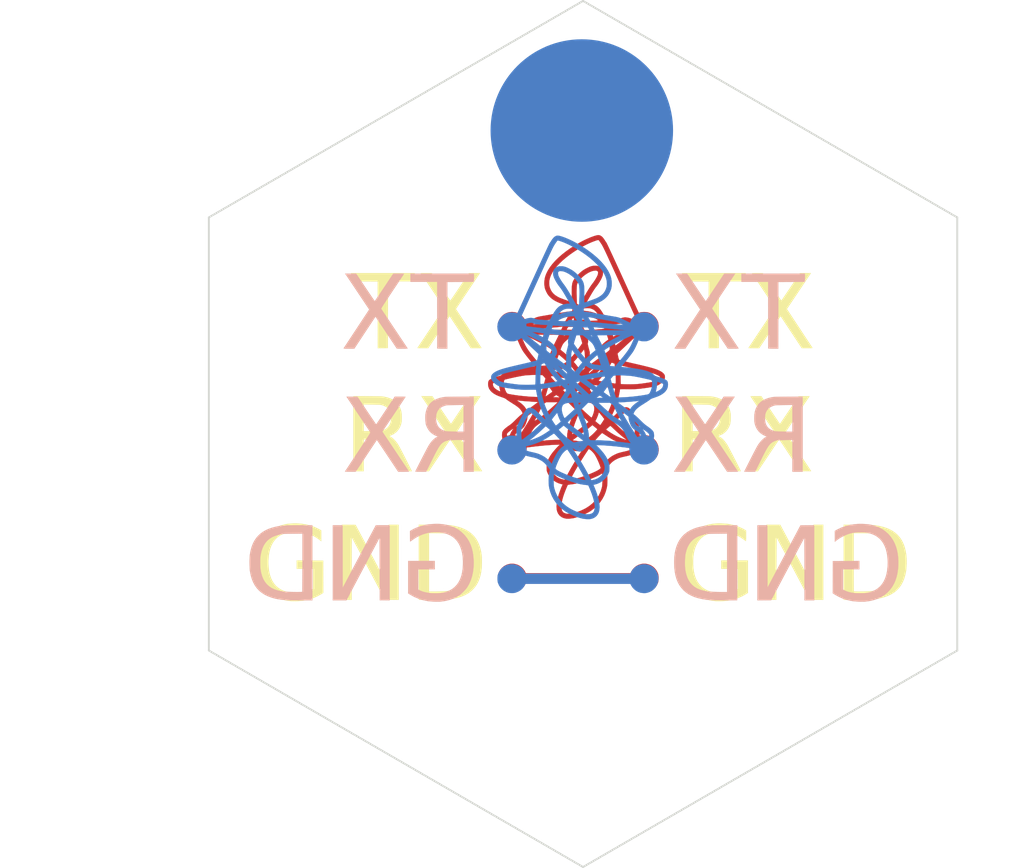
<source format=kicad_pcb>
(kicad_pcb (version 20201115) (generator pcbnew)
  (layers (0 "F.Cu" signal) (31 "B.Cu" signal) (34 "B.Paste" user) (35 "F.Paste" user) (36 "B.SilkS" user "B.Silkscreen") (37 "F.SilkS" user "F.Silkscreen") (38 "B.Mask" user) (39 "F.Mask" user) (44 "Edge.Cuts" user))
  (net 0 "")
  (footprint "art:txrx-fail-cu" (layer "F.Cu") (at 127 85.9282)
    (fp_text reference "Ref**" hide)
    (fp_text value "Val**" hide)
  )
  (footprint "art:txrx-fail-outline" (layer "F.Cu") (at 135.5852 86.0806)
    (fp_text reference "Ref**" hide)
    (fp_text value "Val**" hide)
    (fp_line (start -24.6 -13.499999) (end -4.0948 -25.364049) (layer "Edge.Cuts") (width 0.1))
    (fp_line (start 16.41041 -13.499979) (end 16.41041 10.228131) (layer "Edge.Cuts") (width 0.1))
    (fp_line (start -24.60001 10.228121) (end -24.6 -13.499999) (layer "Edge.Cuts") (width 0.1))
    (fp_line (start 16.41041 10.228131) (end 16.41041 10.228131) (layer "Edge.Cuts") (width 0.1))
    (fp_line (start 16.41041 10.228131) (end -4.0948 22.092181) (layer "Edge.Cuts") (width 0.1))
    (fp_line (start -4.0948 -25.364049) (end 16.41041 -13.499979) (layer "Edge.Cuts") (width 0.1))
    (fp_line (start -4.0948 22.092181) (end -24.60001 10.228121) (layer "Edge.Cuts") (width 0.1))
  )
  (footprint "art:txrx-fail-mask" (layer "F.Cu") (at 127 85.9282)
    (fp_text reference "Ref**" hide)
    (fp_text value "Val**" hide)
  )
  (footprint "art:txrx-fail-silk" (layer "F.Cu") (at 127.381 85.0646)
    (fp_text reference "Ref**" hide)
    (fp_text value "Val**" hide)
  )
  (footprint "art:txrx-fail-mask" (layer "B.Cu") (at 135.4328 85.955308 180)
    (fp_text reference "Ref**" hide)
    (fp_text value "Val**" hide)
  )
  (footprint "art:txrx-fail-cu" (layer "B.Cu") (at 135.4328 85.955308 180)
    (fp_text reference "Ref**" hide)
    (fp_text value "Val**" hide)
  )
  (footprint "TestPoint:TestPoint_Pad_D4.0mm" (layer "B.Cu") (at 131.4234 67.818)
    (fp_text reference "REF**" hide)
    (fp_text value "TestPoint_Pad_D4.0mm" hide)
  )
  (footprint "art:txrx-fail-silk" (layer "B.Cu") (at 135.0518 85.091708 180)
    (fp_text reference "Ref**" hide)
    (fp_text value "Val**" hide)
  )
)
</source>
